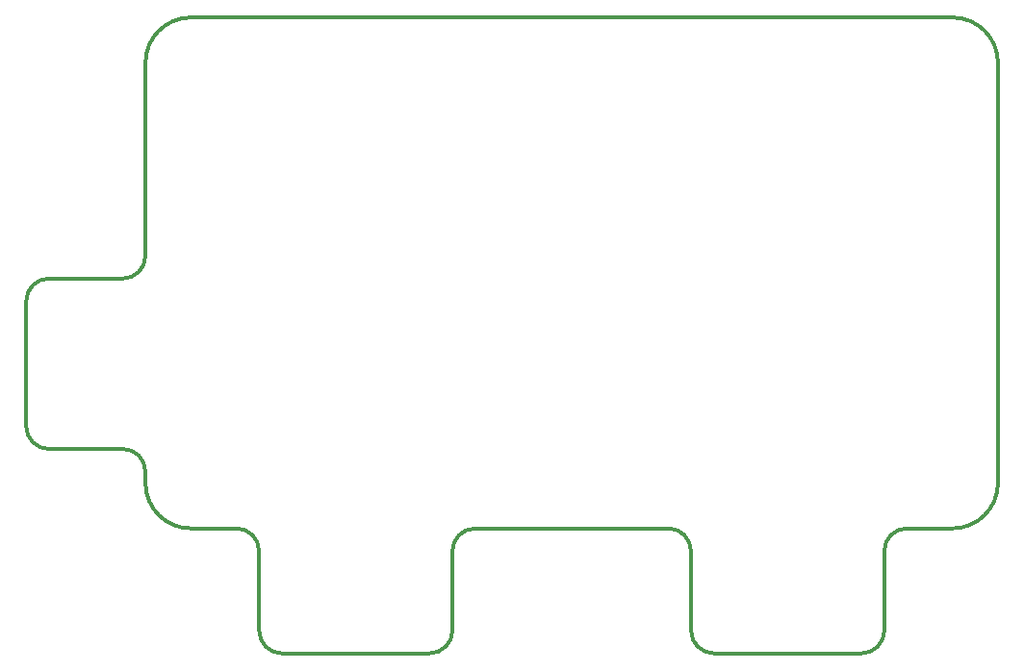
<source format=gbr>
%TF.GenerationSoftware,KiCad,Pcbnew,(5.1.5)-3*%
%TF.CreationDate,2021-04-30T11:05:51+08:00*%
%TF.ProjectId,bldc_motor_cntroller,626c6463-5f6d-46f7-946f-725f636e7472,rev?*%
%TF.SameCoordinates,PX57bcf00PY69db9c0*%
%TF.FileFunction,Profile,NP*%
%FSLAX46Y46*%
G04 Gerber Fmt 4.6, Leading zero omitted, Abs format (unit mm)*
G04 Created by KiCad (PCBNEW (5.1.5)-3) date 2021-04-30 11:05:51*
%MOMM*%
%LPD*%
G04 APERTURE LIST*
%TA.AperFunction,Profile*%
%ADD10C,0.300000*%
%TD*%
G04 APERTURE END LIST*
D10*
X85500000Y52000000D02*
X85500000Y15000000D01*
X0Y31000000D02*
G75*
G02X2000000Y33000000I2000000J0D01*
G01*
X2000000Y18000000D02*
G75*
G02X0Y20000000I0J2000000D01*
G01*
X10500000Y35000000D02*
G75*
G02X8500000Y33000000I-2000000J0D01*
G01*
X8500000Y18000000D02*
G75*
G02X10500000Y16000000I0J-2000000D01*
G01*
X10500000Y15000000D02*
X10500000Y16000000D01*
X10500000Y52000000D02*
X10500000Y35000000D01*
X2000000Y33000000D02*
X8500000Y33000000D01*
X0Y20000000D02*
X0Y31000000D01*
X8500000Y18000000D02*
X2000000Y18000000D01*
X81500000Y56000000D02*
G75*
G02X85500000Y52000000I0J-4000000D01*
G01*
X81500000Y11000000D02*
X77500000Y11000000D01*
X75500000Y2000000D02*
G75*
G02X73500000Y0I-2000000J0D01*
G01*
X60500000Y0D02*
G75*
G02X58500000Y2000000I0J2000000D01*
G01*
X56500000Y11000000D02*
G75*
G02X58500000Y9000000I0J-2000000D01*
G01*
X75500000Y9000000D02*
G75*
G02X77500000Y11000000I2000000J0D01*
G01*
X56500000Y11000000D02*
X39500000Y11000000D01*
X58500000Y2000000D02*
X58500000Y9000000D01*
X73500000Y0D02*
X60500000Y0D01*
X75500000Y9000000D02*
X75500000Y2000000D01*
X37500000Y2000000D02*
G75*
G02X35500000Y0I-2000000J0D01*
G01*
X22500000Y0D02*
G75*
G02X20500000Y2000000I0J2000000D01*
G01*
X37500000Y9000000D02*
G75*
G02X39500000Y11000000I2000000J0D01*
G01*
X18500000Y11000000D02*
G75*
G02X20500000Y9000000I0J-2000000D01*
G01*
X14500000Y11000000D02*
X18500000Y11000000D01*
X37500000Y2000000D02*
X37500000Y9000000D01*
X22500000Y0D02*
X35500000Y0D01*
X20500000Y9000000D02*
X20500000Y2000000D01*
X85500000Y15000000D02*
G75*
G02X81500000Y11000000I-4000000J0D01*
G01*
X14500000Y11000000D02*
G75*
G02X10500000Y15000000I0J4000000D01*
G01*
X10500000Y52000000D02*
G75*
G02X14500000Y56000000I4000000J0D01*
G01*
X81500000Y56000000D02*
X14500000Y56000000D01*
M02*

</source>
